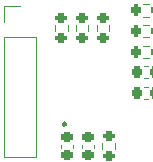
<source format=gto>
G04 #@! TF.GenerationSoftware,KiCad,Pcbnew,8.0.5*
G04 #@! TF.CreationDate,2024-10-31T19:03:19-07:00*
G04 #@! TF.ProjectId,uSlime_BNO085_Module,75536c69-6d65-45f4-924e-4f3038355f4d,rev?*
G04 #@! TF.SameCoordinates,Original*
G04 #@! TF.FileFunction,Legend,Top*
G04 #@! TF.FilePolarity,Positive*
%FSLAX46Y46*%
G04 Gerber Fmt 4.6, Leading zero omitted, Abs format (unit mm)*
G04 Created by KiCad (PCBNEW 8.0.5) date 2024-10-31 19:03:19*
%MOMM*%
%LPD*%
G01*
G04 APERTURE LIST*
G04 Aperture macros list*
%AMRoundRect*
0 Rectangle with rounded corners*
0 $1 Rounding radius*
0 $2 $3 $4 $5 $6 $7 $8 $9 X,Y pos of 4 corners*
0 Add a 4 corners polygon primitive as box body*
4,1,4,$2,$3,$4,$5,$6,$7,$8,$9,$2,$3,0*
0 Add four circle primitives for the rounded corners*
1,1,$1+$1,$2,$3*
1,1,$1+$1,$4,$5*
1,1,$1+$1,$6,$7*
1,1,$1+$1,$8,$9*
0 Add four rect primitives between the rounded corners*
20,1,$1+$1,$2,$3,$4,$5,0*
20,1,$1+$1,$4,$5,$6,$7,0*
20,1,$1+$1,$6,$7,$8,$9,0*
20,1,$1+$1,$8,$9,$2,$3,0*%
G04 Aperture macros list end*
%ADD10C,0.120000*%
%ADD11C,0.250000*%
%ADD12RoundRect,0.200000X-0.275000X0.200000X-0.275000X-0.200000X0.275000X-0.200000X0.275000X0.200000X0*%
%ADD13RoundRect,0.200000X-0.200000X-0.275000X0.200000X-0.275000X0.200000X0.275000X-0.200000X0.275000X0*%
%ADD14R,1.700000X1.700000*%
%ADD15O,1.700000X1.700000*%
%ADD16RoundRect,0.200000X0.200000X0.275000X-0.200000X0.275000X-0.200000X-0.275000X0.200000X-0.275000X0*%
%ADD17RoundRect,0.225000X0.225000X0.250000X-0.225000X0.250000X-0.225000X-0.250000X0.225000X-0.250000X0*%
%ADD18RoundRect,0.200000X0.275000X-0.200000X0.275000X0.200000X-0.275000X0.200000X-0.275000X-0.200000X0*%
%ADD19R,0.914400X0.250000*%
%ADD20R,0.250000X0.812800*%
%ADD21RoundRect,0.225000X-0.250000X0.225000X-0.250000X-0.225000X0.250000X-0.225000X0.250000X0.225000X0*%
%ADD22C,2.200000*%
%ADD23RoundRect,0.225000X0.250000X-0.225000X0.250000X0.225000X-0.250000X0.225000X-0.250000X-0.225000X0*%
G04 APERTURE END LIST*
D10*
X100627500Y-97362742D02*
X100627500Y-97837258D01*
X101672500Y-97362742D02*
X101672500Y-97837258D01*
X106337742Y-99077500D02*
X106812258Y-99077500D01*
X106337742Y-100122500D02*
X106812258Y-100122500D01*
X94570000Y-95730000D02*
X95900000Y-95730000D01*
X94570000Y-97060000D02*
X94570000Y-95730000D01*
X94570000Y-98330000D02*
X94570000Y-108550000D01*
X94570000Y-98330000D02*
X97230000Y-98330000D01*
X94570000Y-108550000D02*
X97230000Y-108550000D01*
X97230000Y-98330000D02*
X97230000Y-108550000D01*
X106812258Y-97327500D02*
X106337742Y-97327500D01*
X106812258Y-98372500D02*
X106337742Y-98372500D01*
X106337742Y-95577500D02*
X106812258Y-95577500D01*
X106337742Y-96622500D02*
X106812258Y-96622500D01*
X106715580Y-100840000D02*
X106434420Y-100840000D01*
X106715580Y-101860000D02*
X106434420Y-101860000D01*
X98877500Y-97362742D02*
X98877500Y-97837258D01*
X99922500Y-97362742D02*
X99922500Y-97837258D01*
X102377500Y-97837258D02*
X102377500Y-97362742D01*
X103422500Y-97837258D02*
X103422500Y-97362742D01*
D11*
X99775930Y-105747000D02*
G75*
G02*
X99525930Y-105747000I-125000J0D01*
G01*
X99525930Y-105747000D02*
G75*
G02*
X99775930Y-105747000I125000J0D01*
G01*
D10*
X99390000Y-107459420D02*
X99390000Y-107740580D01*
X100410000Y-107459420D02*
X100410000Y-107740580D01*
X106715580Y-102590000D02*
X106434420Y-102590000D01*
X106715580Y-103610000D02*
X106434420Y-103610000D01*
X102877500Y-107837258D02*
X102877500Y-107362742D01*
X103922500Y-107837258D02*
X103922500Y-107362742D01*
X101140000Y-107740580D02*
X101140000Y-107459420D01*
X102160000Y-107740580D02*
X102160000Y-107459420D01*
%LPC*%
D12*
X101150000Y-96775000D03*
X101150000Y-98425000D03*
D13*
X105750000Y-99600000D03*
X107400000Y-99600000D03*
D14*
X95900000Y-97060000D03*
D15*
X95900000Y-99600000D03*
X95900000Y-102140000D03*
X95900000Y-104680000D03*
X95900000Y-107220000D03*
D16*
X107400000Y-97850000D03*
X105750000Y-97850000D03*
D13*
X105750000Y-96100000D03*
X107400000Y-96100000D03*
D17*
X107350000Y-101350000D03*
X105800000Y-101350000D03*
D12*
X99400000Y-96775000D03*
X99400000Y-98425000D03*
D18*
X102900000Y-98425000D03*
X102900000Y-96775000D03*
D19*
X99723600Y-104744400D03*
D20*
X100650930Y-104935400D03*
X101154000Y-104935400D03*
X101654000Y-104935400D03*
X102153990Y-104935400D03*
D19*
X103076400Y-104744400D03*
X103076400Y-104244400D03*
X103076400Y-103744400D03*
X103076400Y-103244400D03*
X103076400Y-102744400D03*
X103076400Y-102244400D03*
X103076400Y-101744400D03*
X103076400Y-101244400D03*
X103076400Y-100744400D03*
X103076400Y-100236400D03*
D20*
X102154000Y-100109400D03*
X101654000Y-100109400D03*
X101154000Y-100109400D03*
X100650930Y-100109400D03*
D19*
X99723600Y-100236400D03*
X99723600Y-100744400D03*
X99723600Y-101244400D03*
X99723600Y-101744400D03*
X99723600Y-102244400D03*
X99723600Y-102744400D03*
X99723600Y-103244400D03*
X99723600Y-103744400D03*
X99723600Y-104244400D03*
D21*
X99900000Y-106825000D03*
X99900000Y-108375000D03*
D17*
X107350000Y-103100000D03*
X105800000Y-103100000D03*
D22*
X107150000Y-107100000D03*
D18*
X103400000Y-108425000D03*
X103400000Y-106775000D03*
D23*
X101650000Y-108375000D03*
X101650000Y-106825000D03*
%LPD*%
M02*

</source>
